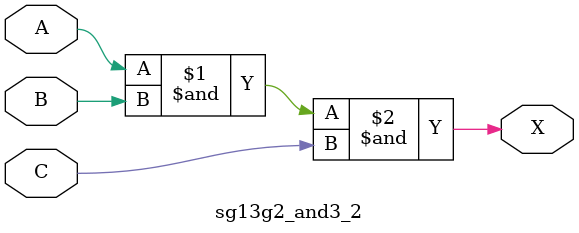
<source format=v>
`timescale 1ns/10ps
`celldefine
module sg13g2_and3_2 (X, A, B, C);
	output X;
	input A, B, C;
	and (X, A, B, C);
endmodule
`endcelldefine

</source>
